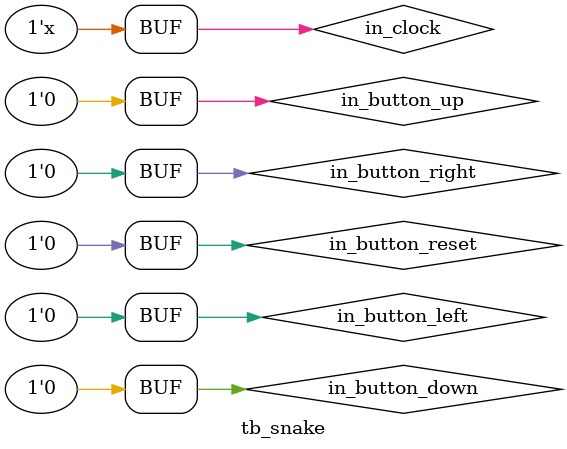
<source format=v>
`timescale 1ns / 1ps


module tb_snake;

	// Inputs
	reg in_clock;
	reg in_button_up;
	reg in_button_down;
	reg in_button_left;
	reg in_button_right;
	reg in_button_reset;

	// Outputs
	wire [2:0] out_VGA_R;
	wire [2:0] out_VGA_G;
	wire [1:0] out_VGA_B;
	wire out_hSync;
	wire out_vSync;

	// Instantiate the Unit Under Test (UUT)
	snake uut (
		.in_clock(in_clock), 
		.in_button_up(in_button_up), 
		.in_button_down(in_button_down), 
		.in_button_left(in_button_left), 
		.in_button_right(in_button_right), 
		.in_button_reset(in_button_reset), 
		.out_VGA_R(out_VGA_R), 
		.out_VGA_G(out_VGA_G), 
		.out_VGA_B(out_VGA_B), 
		.out_hSync(out_hSync), 
		.out_vSync(out_vSync)
	);
    
    always #5 in_clock = ~in_clock;

	initial begin
		// Initialize Inputs
		in_clock = 0;
		in_button_up = 0;
		in_button_down = 0;
		in_button_left = 0;
		in_button_right = 0;
		in_button_reset = 1;

		// Wait 100 ns for global reset to finish
		#100;
        in_button_reset = 0;
        
		// Add stimulus here

	end
      
endmodule


</source>
